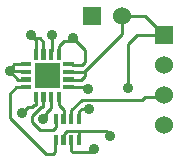
<source format=gbr>
G04 start of page 2 for group 0 idx 0 *
G04 Title: (unknown), component *
G04 Creator: pcb 20091103 *
G04 CreationDate: Mon 21 Mar 2011 05:54:21 AM GMT UTC *
G04 For: gjhurlbu *
G04 Format: Gerber/RS-274X *
G04 PCB-Dimensions: 600000 500000 *
G04 PCB-Coordinate-Origin: lower left *
%MOIN*%
%FSLAX25Y25*%
%LNFRONT*%
%ADD11C,0.0100*%
%ADD12C,0.0200*%
%ADD13C,0.0600*%
%ADD14C,0.0360*%
%ADD15R,0.0146X0.0146*%
%ADD16R,0.0150X0.0150*%
%ADD17C,0.0380*%
G54D11*X102500Y457500D02*X110000D01*
X102500Y451500D02*Y457500D01*
X115500Y420000D02*X116500Y421000D01*
X110000Y457500D02*X116500Y451000D01*
X110000Y430500D02*X116000D01*
X116500Y431000D01*
X109000Y429500D02*X110000Y430500D01*
X104500Y433500D02*Y448000D01*
X107500Y451000D01*
X116500D01*
X85500Y415000D02*Y412500D01*
Y424000D02*Y426000D01*
Y412500D02*X86000Y412000D01*
X92000D01*
X93000Y413000D01*
X88100Y417000D02*Y418900D01*
X88000Y419000D01*
X88100Y424000D02*Y425600D01*
X84000Y419000D02*X97000D01*
X98500Y417500D01*
X85629Y433662D02*X90338D01*
X91000Y433000D01*
X85500Y426000D02*X89000Y429500D01*
X88100Y425600D02*X89000Y426500D01*
X91500D01*
X89000Y429500D02*X109000D01*
X85629Y438779D02*X89779D01*
X85629Y436221D02*X88721D01*
X90000Y437500D01*
X89779Y438779D02*X102500Y451500D01*
X90000Y437500D02*Y439000D01*
X73662Y449338D02*X72000Y451000D01*
X73000Y450000D02*X72000Y451000D01*
X75000Y450000D02*X73000D01*
X79000Y451000D02*Y445850D01*
X78779Y445629D01*
X73662D02*Y449338D01*
X76221Y445629D02*Y448779D01*
X75000Y450000D01*
X81338Y445629D02*Y447338D01*
X69371Y441338D02*X66338D01*
X66000Y441000D01*
Y440000D01*
X65000Y439000D01*
X69150D01*
X67779Y436221D02*X65000Y439000D01*
X69150D02*X69371Y438779D01*
Y436221D02*X67779D01*
X69371Y433662D02*X67162D01*
X65000Y431500D01*
X81338Y447338D02*X83000Y449000D01*
X85000D01*
X86000Y450000D01*
X90000Y446000D01*
Y442000D01*
X89000Y441000D01*
X85967D01*
X85629Y441338D01*
X76221Y429371D02*Y427221D01*
X76000Y427000D01*
X75500D01*
X78779Y429371D02*Y426779D01*
X75000Y419500D02*X79500D01*
X80500Y420500D01*
X83000Y417000D02*Y418000D01*
X84000Y419000D01*
X80500Y420500D02*Y421900D01*
X80400Y422000D01*
X78779Y426779D02*X77000Y425000D01*
Y424000D01*
X76000Y423000D01*
X81338Y429371D02*Y427662D01*
X83000Y426000D01*
Y424000D01*
X73662Y429371D02*Y427662D01*
X75500Y427000D02*X72500Y424000D01*
X73662Y427662D02*X73162D01*
X72500Y427000D01*
Y424000D02*Y422000D01*
X75000Y419500D01*
X72500Y427000D02*X71000D01*
X69000Y425000D01*
X65000Y431500D02*Y423500D01*
X77000Y411500D01*
X79500D01*
X80000Y412000D01*
Y414600D01*
X80400Y415000D01*
G54D12*G36*
X89500Y460500D02*Y454500D01*
X95500D01*
Y460500D01*
X89500D01*
G37*
G54D13*X102500Y457500D03*
G54D12*G36*
X113500Y454000D02*Y448000D01*
X119500D01*
Y454000D01*
X113500D01*
G37*
G54D13*X116500Y441000D03*
Y431000D03*
Y421000D03*
G54D14*X65000Y439000D03*
X79000Y451000D03*
X72000D03*
X86000Y450000D03*
X93000Y413000D03*
X91000Y433000D03*
X91500Y426500D03*
X76000Y423000D03*
X69000Y425000D03*
X98500Y417500D03*
X104500Y433500D03*
G54D15*X73662Y431457D02*Y429371D01*
X76221Y431457D02*Y429371D01*
X78779Y431457D02*Y429371D01*
X81338Y431457D02*Y429371D01*
X83543Y433662D02*X85629D01*
X83543Y436221D02*X85629D01*
X83543Y438779D02*X85629D01*
X83543Y441338D02*X85629D01*
G54D16*X88100Y424000D02*Y422000D01*
Y417000D02*Y415000D01*
X85500Y424000D02*Y422000D01*
X83000Y424000D02*Y422000D01*
X80400Y424000D02*Y422000D01*
Y417000D02*Y415000D01*
X83000Y417000D02*Y415000D01*
X85500Y417000D02*Y415000D01*
G54D15*X81338Y445629D02*Y443543D01*
X78779Y445629D02*Y443543D01*
X76221Y445629D02*Y443543D01*
X69371Y436221D02*X71457D01*
X69371Y433662D02*X71457D01*
X73662Y445629D02*Y443543D01*
X69371Y441338D02*X71457D01*
X69371Y438779D02*X71457D01*
G54D12*G36*
X73367Y441633D02*Y433366D01*
X81634D01*
Y441633D01*
X73367D01*
G37*
G54D17*G54D12*M02*

</source>
